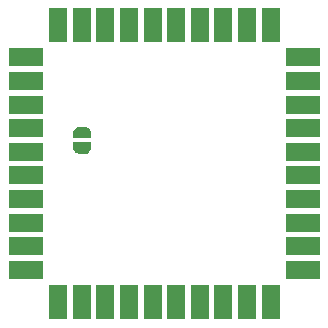
<source format=gbs>
G04 #@! TF.GenerationSoftware,KiCad,Pcbnew,(6.0.0-0)*
G04 #@! TF.CreationDate,2022-05-15T17:03:54+02:00*
G04 #@! TF.ProjectId,rp2040_stamp,72703230-3430-45f7-9374-616d702e6b69,rev?*
G04 #@! TF.SameCoordinates,Original*
G04 #@! TF.FileFunction,Soldermask,Bot*
G04 #@! TF.FilePolarity,Negative*
%FSLAX46Y46*%
G04 Gerber Fmt 4.6, Leading zero omitted, Abs format (unit mm)*
G04 Created by KiCad (PCBNEW (6.0.0-0)) date 2022-05-15 17:03:54*
%MOMM*%
%LPD*%
G01*
G04 APERTURE LIST*
%ADD10R,1.500000X3.000000*%
%ADD11C,1.350000*%
%ADD12O,1.350000X1.350000*%
%ADD13R,3.000000X1.500000*%
G04 APERTURE END LIST*
D10*
X142500000Y-93750000D03*
D11*
X142500000Y-94500000D03*
X142500000Y-93000000D03*
D10*
X144500000Y-93750000D03*
D12*
X144500000Y-94500000D03*
X144500000Y-93000000D03*
D10*
X146500000Y-93750000D03*
D12*
X146500000Y-94500000D03*
X146500000Y-93000000D03*
D10*
X148500000Y-93750000D03*
D12*
X148500000Y-93000000D03*
X148500000Y-94500000D03*
X150500000Y-93000000D03*
D10*
X150500000Y-93750000D03*
D12*
X150500000Y-94500000D03*
X152500000Y-94500000D03*
D10*
X152500000Y-93750000D03*
D12*
X152500000Y-93000000D03*
X154500000Y-94500000D03*
D10*
X154500000Y-93750000D03*
D12*
X154500000Y-93000000D03*
D10*
X156500000Y-93750000D03*
D12*
X156500000Y-94500000D03*
X156500000Y-93000000D03*
X158500000Y-94500000D03*
X158500000Y-93000000D03*
D10*
X158500000Y-93750000D03*
X160500000Y-93750000D03*
D12*
X160500000Y-93000000D03*
X160500000Y-94500000D03*
D11*
X142500000Y-116500000D03*
D10*
X142500000Y-117250000D03*
D11*
X142500000Y-118000000D03*
D10*
X144500000Y-117250000D03*
D12*
X144500000Y-116500000D03*
X144500000Y-118000000D03*
X146500000Y-116500000D03*
X146500000Y-118000000D03*
D10*
X146500000Y-117250000D03*
D12*
X148500000Y-116500000D03*
D10*
X148500000Y-117250000D03*
D12*
X148500000Y-118000000D03*
X150500000Y-116500000D03*
X150500000Y-118000000D03*
D10*
X150500000Y-117250000D03*
X152500000Y-117250000D03*
D12*
X152500000Y-118000000D03*
X152500000Y-116500000D03*
X154500000Y-118000000D03*
D10*
X154500000Y-117250000D03*
D12*
X154500000Y-116500000D03*
X156500000Y-116500000D03*
X156500000Y-118000000D03*
D10*
X156500000Y-117250000D03*
D12*
X158500000Y-118000000D03*
X158500000Y-116500000D03*
D10*
X158500000Y-117250000D03*
X160500000Y-117250000D03*
D12*
X160500000Y-116500000D03*
X160500000Y-118000000D03*
D11*
X140500000Y-96500000D03*
D13*
X139750000Y-96500000D03*
D11*
X139000000Y-96500000D03*
D12*
X139000000Y-98500000D03*
D13*
X139750000Y-98500000D03*
D12*
X140500000Y-98500000D03*
X139000000Y-100500000D03*
X140500000Y-100500000D03*
D13*
X139750000Y-100500000D03*
X139750000Y-102500000D03*
D12*
X140500000Y-102500000D03*
X139000000Y-102500000D03*
X139000000Y-104500000D03*
X140500000Y-104500000D03*
D13*
X139750000Y-104500000D03*
D12*
X140500000Y-106500000D03*
D13*
X139750000Y-106500000D03*
D12*
X139000000Y-106500000D03*
X139000000Y-108500000D03*
D13*
X139750000Y-108500000D03*
D12*
X140500000Y-108500000D03*
X140500000Y-110500000D03*
X139000000Y-110500000D03*
D13*
X139750000Y-110500000D03*
X139750000Y-112500000D03*
D12*
X140500000Y-112500000D03*
X139000000Y-112500000D03*
X140500000Y-114500000D03*
X139000000Y-114500000D03*
D13*
X139750000Y-114500000D03*
D11*
X162500000Y-96500000D03*
D13*
X163250000Y-96500000D03*
D11*
X164000000Y-96500000D03*
D12*
X162500000Y-98500000D03*
X164000000Y-98500000D03*
D13*
X163250000Y-98500000D03*
D12*
X164000000Y-100500000D03*
D13*
X163250000Y-100500000D03*
D12*
X162500000Y-100500000D03*
D13*
X163250000Y-102500000D03*
D12*
X162500000Y-102500000D03*
X164000000Y-102500000D03*
D13*
X163250000Y-104500000D03*
D12*
X162500000Y-104500000D03*
X164000000Y-104500000D03*
X162500000Y-106500000D03*
D13*
X163250000Y-106500000D03*
D12*
X164000000Y-106500000D03*
X162500000Y-108500000D03*
D13*
X163250000Y-108500000D03*
D12*
X164000000Y-108500000D03*
X164000000Y-110500000D03*
X162500000Y-110500000D03*
D13*
X163250000Y-110500000D03*
X163250000Y-112500000D03*
D12*
X164000000Y-112500000D03*
X162500000Y-112500000D03*
X164000000Y-114500000D03*
X162500000Y-114500000D03*
D13*
X163250000Y-114500000D03*
G36*
X145280000Y-103660000D02*
G01*
X145280000Y-104160000D01*
X145275033Y-104160000D01*
X145273568Y-104239941D01*
X145231293Y-104375256D01*
X145152738Y-104493266D01*
X145044219Y-104584486D01*
X144914460Y-104641581D01*
X144780000Y-104659164D01*
X144780000Y-104660000D01*
X144280000Y-104660000D01*
X144280000Y-104659164D01*
X144273891Y-104659963D01*
X144133814Y-104638152D01*
X144005489Y-104577904D01*
X143899231Y-104484060D01*
X143823583Y-104364165D01*
X143784626Y-104227858D01*
X143785041Y-104160000D01*
X143780000Y-104160000D01*
X143780000Y-103660000D01*
X145280000Y-103660000D01*
G37*
G36*
X143785041Y-102860000D02*
G01*
X143785492Y-102786095D01*
X143826111Y-102650274D01*
X143903218Y-102531312D01*
X144010615Y-102438774D01*
X144139667Y-102380097D01*
X144280000Y-102360000D01*
X144780000Y-102360000D01*
X144792216Y-102360149D01*
X144932017Y-102383669D01*
X145059596Y-102445481D01*
X145164700Y-102540616D01*
X145238877Y-102661426D01*
X145276166Y-102798199D01*
X145275033Y-102860000D01*
X145280000Y-102860000D01*
X145280000Y-103360000D01*
X143780000Y-103360000D01*
X143780000Y-102860000D01*
X143785041Y-102860000D01*
G37*
M02*

</source>
